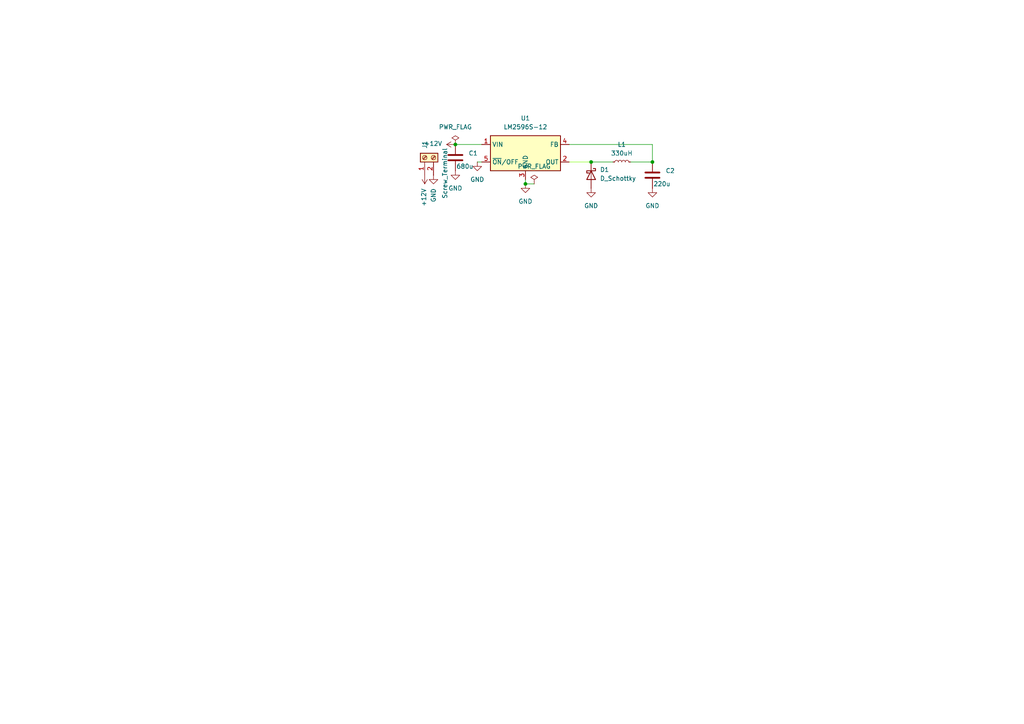
<source format=kicad_sch>
(kicad_sch (version 20231120) (generator "eeschema") (generator_version "8.0")
  (paper "A4")
  (lib_symbols
    (symbol "Connector:Screw_Terminal_01x02" (pin_names (offset 1.016) hide)
      (property "Reference" "J" (at 0 2.54 0))
      (property "Value" "Screw_Terminal_01x02" (at 0 -5.08 0))
      (symbol "Screw_Terminal_01x02_1_1"
        (rectangle (start -1.27 1.27) (end 1.27 -3.81) (stroke (width 0.254)) (fill (type background)))
        (circle (center 0 -2.54) (radius 0.635) (stroke (width 0.1524)))
        (polyline (pts (xy -0.5334 -2.2098) (xy 0.3302 -3.048)) (stroke (width 0.1524)))
        (polyline (pts (xy -0.5334 0.3302) (xy 0.3302 -0.508)) (stroke (width 0.1524)))
        (polyline (pts (xy -0.3556 -2.032) (xy 0.508 -2.8702)) (stroke (width 0.1524)))
        (polyline (pts (xy -0.3556 0.508) (xy 0.508 -0.3302)) (stroke (width 0.1524)))
        (circle (center 0 0) (radius 0.635) (stroke (width 0.1524)))
        (pin passive line (at -5.08 0 0) (length 3.81) (name "Pin_1") (number "1"))
        (pin passive line (at -5.08 -2.54 0) (length 3.81) (name "Pin_2") (number "2"))
      )
    )
    (symbol "Device:C" (pin_numbers hide) (pin_names (offset 0.254))
      (property "Reference" "C" (at 0.635 2.54 0))
      (property "Value" "C" (at 0.635 -2.54 0))
      (symbol "C_0_1"
        (polyline (pts (xy -2.032 -0.762) (xy 2.032 -0.762)) (stroke (width 0.508)))
        (polyline (pts (xy -2.032 0.762) (xy 2.032 0.762)) (stroke (width 0.508)))
      )
      (symbol "C_1_1"
        (pin passive line (at 0 3.81 270) (length 2.794) (name "~") (number "1"))
        (pin passive line (at 0 -3.81 90) (length 2.794) (name "~") (number "2"))
      )
    )
    (symbol "Device:D_Schottky" (pin_numbers hide) (pin_names (offset 1.016) hide)
      (property "Reference" "D" (at 0 2.54 0))
      (property "Value" "D_Schottky" (at 0 -2.54 0))
      (symbol "D_Schottky_0_1"
        (polyline (pts (xy 1.27 0) (xy -1.27 0)))
        (polyline (pts (xy 1.27 1.27) (xy 1.27 -1.27) (xy -1.27 0) (xy 1.27 1.27)) (stroke (width 0.254)))
        (polyline (pts (xy -1.905 0.635) (xy -1.905 1.27) (xy -1.27 1.27) (xy -1.27 -1.27) (xy -0.635 -1.27) (xy -0.635 -0.635)) (stroke (width 0.254)))
      )
      (symbol "D_Schottky_1_1"
        (pin passive line (at -3.81 0 0) (length 2.54) (name "K") (number "1"))
        (pin passive line (at 3.81 0 180) (length 2.54) (name "A") (number "2"))
      )
    )
    (symbol "Device:L_Small" (pin_numbers hide) (pin_names (offset 0.254) hide)
      (property "Reference" "L" (at 0.762 1.016 0))
      (property "Value" "L_Small" (at 0.762 -1.016 0))
      (symbol "L_Small_0_1"
        (arc (start 0 -2.032) (mid 0.5058 -1.524) (end 0 -1.016))
        (arc (start 0 -1.016) (mid 0.5058 -0.508) (end 0 0))
        (arc (start 0 0) (mid 0.5058 0.508) (end 0 1.016))
        (arc (start 0 1.016) (mid 0.5058 1.524) (end 0 2.032))
      )
      (symbol "L_Small_1_1"
        (pin passive line (at 0 2.54 270) (length 0.508) (name "~") (number "1"))
        (pin passive line (at 0 -2.54 90) (length 0.508) (name "~") (number "2"))
      )
    )
    (symbol "Regulator_Switching:LM2596S-12"
      (property "Reference" "U" (at -10.16 6.35 0))
      (property "Value" "LM2596S-12" (at 0 6.35 0))
      (symbol "LM2596S-12_0_1"
        (rectangle (start -10.16 5.08) (end 10.16 -5.08) (stroke (width 0.254)) (fill (type background)))
      )
      (symbol "LM2596S-12_1_1"
        (pin power_in line (at -12.7 2.54 0) (length 2.54) (name "VIN") (number "1"))
        (pin output line (at 12.7 -2.54 180) (length 2.54) (name "OUT") (number "2"))
        (pin power_in line (at 0 -7.62 90) (length 2.54) (name "GND") (number "3"))
        (pin input line (at 12.7 2.54 180) (length 2.54) (name "FB") (number "4"))
        (pin input line (at -12.7 -2.54 0) (length 2.54) (name "~{ON}/OFF") (number "5"))
      )
    )
    (symbol "power:+12V" (power) (pin_numbers hide) (pin_names (offset 0) hide)
      (property "Value" "+12V" (at 0 3.556 0))
      (symbol "+12V_0_1"
        (polyline (pts (xy -0.762 1.27) (xy 0 2.54)))
        (polyline (pts (xy 0 0) (xy 0 2.54)))
        (polyline (pts (xy 0 2.54) (xy 0.762 1.27)))
      )
      (symbol "+12V_1_1"
        (pin power_in line (at 0 0 90) (length 0) (name "~") (number "1"))
      )
    )
    (symbol "power:GND" (power) (pin_numbers hide) (pin_names (offset 0) hide)
      (property "Value" "GND" (at 0 -3.81 0))
      (symbol "GND_0_1"
        (polyline (pts (xy 0 0) (xy 0 -1.27) (xy 1.27 -1.27) (xy 0 -2.54) (xy -1.27 -1.27) (xy 0 -1.27)))
      )
      (symbol "GND_1_1"
        (pin power_in line (at 0 0 270) (length 0) (name "~") (number "1"))
      )
    )
    (symbol "power:PWR_FLAG" (power) (pin_numbers hide) (pin_names (offset 0) hide)
      (property "Value" "PWR_FLAG" (at 0 3.81 0))
      (symbol "PWR_FLAG_0_0"
        (pin power_out line (at 0 0 90) (length 0) (name "~") (number "1"))
      )
      (symbol "PWR_FLAG_0_1"
        (polyline (pts (xy 0 0) (xy 0 1.27) (xy -1.016 1.905) (xy 0 2.54) (xy 1.016 1.905) (xy 0 1.27)))
      )
    )
  )
  (junction (at 189.23 46.99))
  (junction (at 152.4 53.34))
  (junction (at 171.45 46.99))
  (junction (at 132.08 41.91))
  (wire (pts (xy 165.1 41.91) (xy 189.23 41.91)))
  (wire (pts (xy 139.7 46.99) (xy 138.43 46.99)))
  (wire (pts (xy 182.88 46.99) (xy 189.23 46.99)))
  (wire (pts (xy 152.4 52.07) (xy 152.4 53.34)))
  (wire (pts (xy 189.23 41.91) (xy 189.23 46.99)))
  (wire (pts (xy 165.1 46.99) (xy 171.45 46.99)) (stroke (width 0) (color 138 255 32 1)))
  (wire (pts (xy 171.45 46.99) (xy 177.8 46.99)))
  (wire (pts (xy 152.4 53.34) (xy 154.94 53.34)))
  (wire (pts (xy 139.7 41.91) (xy 132.08 41.91)))
  (symbol (lib_id "Device:D_Schottky") (at 171.45 50.8 270) (unit 1)
    (property "Reference" "D1" (at 173.99 49.2124 90) (effects (justify left)))
    (property "Value" "D_Schottky" (at 173.99 51.7524 90) (effects (justify left)))
    (property "Footprint" "Diode_SMD:D_0201_0603Metric" (effects (hide yes)))
    (property "Description" "Schottky diode" (effects (hide yes)))
  )
  (symbol (lib_id "power:GND") (at 189.23 54.61 0) (unit 1)
    (property "Reference" "#PWR09" (effects (hide yes)))
    (property "Value" "GND" (at 189.23 59.69 0))
    (property "Description" "Power symbol creates a global label with name \"GND\" , ground" (effects (hide yes)))
  )
  (symbol (lib_id "power:GND") (at 152.4 53.34 0) (unit 1)
    (property "Reference" "#PWR07" (effects (hide yes)))
    (property "Value" "GND" (at 152.4 58.42 0))
    (property "Description" "Power symbol creates a global label with name \"GND\" , ground" (effects (hide yes)))
  )
  (symbol (lib_id "power:GND") (at 132.08 49.53 0) (unit 1)
    (property "Reference" "#PWR06" (effects (hide yes)))
    (property "Value" "GND" (at 132.08 54.61 0))
    (property "Description" "Power symbol creates a global label with name \"GND\" , ground" (effects (hide yes)))
  )
  (symbol (lib_id "Device:C") (at 189.23 50.8 0) (unit 1)
    (property "Reference" "C2" (at 193.04 49.5299 0) (effects (justify left)))
    (property "Value" "220u" (at 189.484 53.34 0) (effects (justify left)))
    (property "Footprint" "Capacitor_THT:C_Axial_L5.1mm_D3.1mm_P12.50mm_Horizontal" (effects (hide yes)))
    (property "Description" "Unpolarized capacitor" (effects (hide yes)))
  )
  (symbol (lib_id "power:+12V") (at 132.08 41.91 90) (unit 1)
    (property "Reference" "#PWR04" (effects (hide yes)))
    (property "Value" "+12V" (at 128.27 41.656 90) (effects (justify left)))
    (property "Description" "Power symbol creates a global label with name \"+12V\"" (effects (hide yes)))
  )
  (symbol (lib_id "Connector:Screw_Terminal_01x02") (at 123.19 45.72 90) (unit 1)
    (property "Reference" "J1" (at 123.1899 43.18 0) (effects (justify left)))
    (property "Value" "Screw_Terminal" (at 129.032 57.658 0) (effects (justify left)))
    (property "Footprint" "TerminalBlock_Altech:Altech_AK300_1x02_P5.00mm_45-Degree" (effects (hide yes)))
    (property "Description" "Generic screw terminal, single row, 01x02, script generated (kicad-library-utils/schlib/autogen/connector/)" (effects (hide yes)))
  )
  (symbol (lib_id "Device:L_Small") (at 180.34 46.99 90) (unit 1)
    (property "Reference" "L1" (at 180.34 41.91 90))
    (property "Value" "330uH" (at 180.34 44.45 90))
    (property "Footprint" "Inductor_SMD:L_0402_1005Metric" (effects (hide yes)))
    (property "Description" "Inductor, small symbol" (effects (hide yes)))
  )
  (symbol (lib_id "Device:C") (at 132.08 45.72 0) (unit 1)
    (property "Reference" "C1" (at 135.89 44.4499 0) (effects (justify left)))
    (property "Value" "680u" (at 132.334 48.26 0) (effects (justify left)))
    (property "Footprint" "Capacitor_THT:C_Axial_L5.1mm_D3.1mm_P7.50mm_Horizontal" (effects (hide yes)))
    (property "Description" "Unpolarized capacitor" (effects (hide yes)))
  )
  (symbol (lib_id "power:GND") (at 138.43 46.99 0) (unit 1)
    (property "Reference" "#PWR05" (effects (hide yes)))
    (property "Value" "GND" (at 138.43 52.07 0))
    (property "Description" "Power symbol creates a global label with name \"GND\" , ground" (effects (hide yes)))
  )
  (symbol (lib_id "power:PWR_FLAG") (at 154.94 53.34 0) (unit 1)
    (property "Reference" "#FLG02" (effects (hide yes)))
    (property "Value" "PWR_FLAG" (at 154.94 48.26 0))
    (property "Description" "Special symbol for telling ERC where power comes from" (effects (hide yes)))
  )
  (symbol (lib_id "Regulator_Switching:LM2596S-12") (at 152.4 44.45 0) (unit 1)
    (property "Reference" "U1" (at 152.4 34.29 0))
    (property "Value" "LM2596S-12" (at 152.4 36.83 0))
    (property "Footprint" "Package_TO_SOT_SMD:TO-263-5_TabPin3" (effects (hide yes)))
    (property "Datasheet" "http://www.ti.com/lit/ds/symlink/lm2596.pdf" (effects (hide yes)))
    (property "Description" "12V 3A Step-Down Voltage Regulator, TO-263" (effects (hide yes)))
  )
  (symbol (lib_id "power:GND") (at 171.45 54.61 0) (unit 1)
    (property "Reference" "#PWR08" (effects (hide yes)))
    (property "Value" "GND" (at 171.45 59.69 0))
    (property "Description" "Power symbol creates a global label with name \"GND\" , ground" (effects (hide yes)))
  )
  (symbol (lib_id "power:PWR_FLAG") (at 132.08 41.91 0) (unit 1)
    (property "Reference" "#FLG01" (effects (hide yes)))
    (property "Value" "PWR_FLAG" (at 132.08 36.83 0))
    (property "Description" "Special symbol for telling ERC where power comes from" (effects (hide yes)))
  )
  (symbol (lib_id "power:+12V") (at 123.19 50.8 180) (unit 1)
    (property "Reference" "#PWR02" (effects (hide yes)))
    (property "Value" "+12V" (at 122.936 54.61 90) (effects (justify left)))
    (property "Description" "Power symbol creates a global label with name \"+12V\"" (effects (hide yes)))
  )
  (symbol (lib_id "power:GND") (at 125.73 50.8 0) (unit 1)
    (property "Reference" "#PWR01" (effects (hide yes)))
    (property "Value" "GND" (at 125.7301 54.61 90) (effects (justify right)))
    (property "Description" "Power symbol creates a global label with name \"GND\" , ground" (effects (hide yes)))
  )
)
</source>
